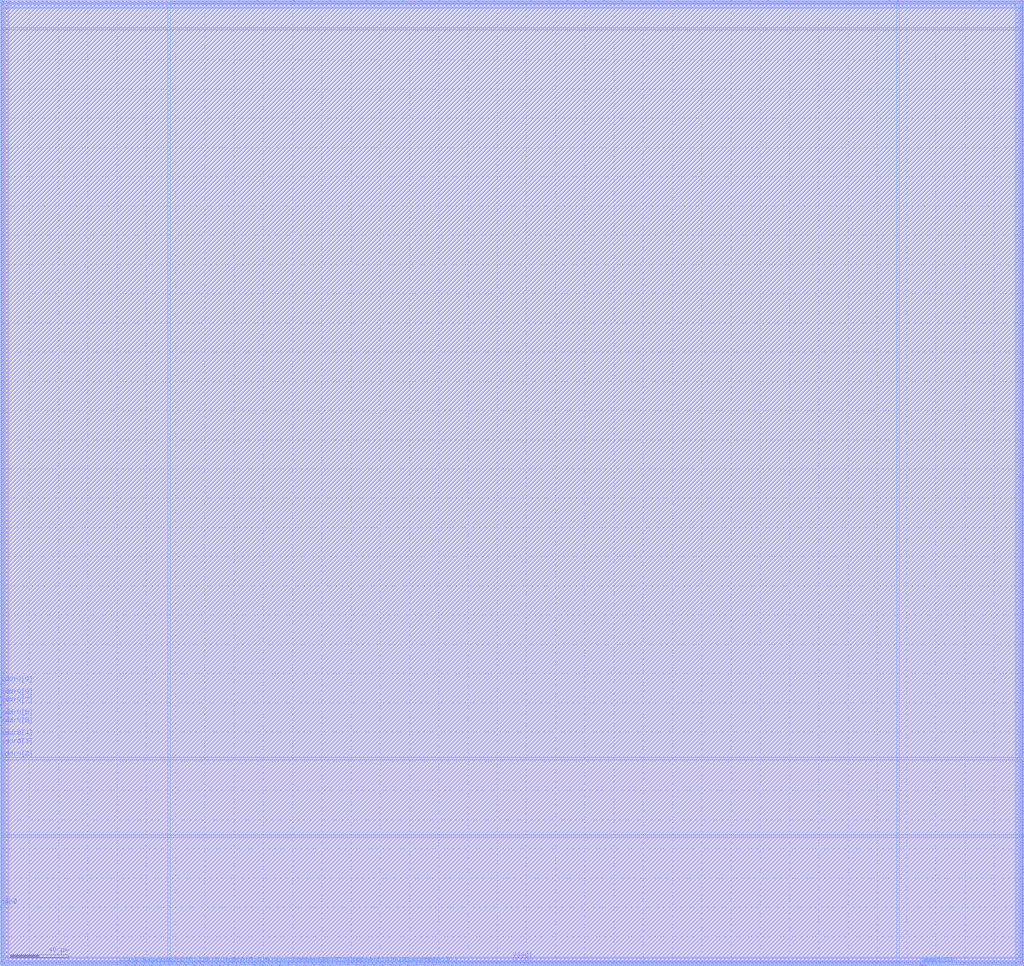
<source format=lef>
VERSION 5.4 ;
BUSBITCHARS "[]" ;
DIVIDERCHAR "/" ;
UNITS
  DATABASE MICRONS 1000 ;
END UNITS
MACRO sky130_sram_4kbyte_1r1w_32x1024_8
   CLASS BLOCK ;
   SIZE 700.26 BY 661.19 ;
   SYMMETRY X Y R90 ;
   PIN din0[0]
      DIRECTION INPUT ;
      PORT
         LAYER met4 ;
         RECT  115.16 0.0 115.54 0.38 ;
      END
   END din0[0]
   PIN din0[1]
      DIRECTION INPUT ;
      PORT
         LAYER met4 ;
         RECT  121.0 0.0 121.38 0.38 ;
      END
   END din0[1]
   PIN din0[2]
      DIRECTION INPUT ;
      PORT
         LAYER met4 ;
         RECT  126.84 0.0 127.22 0.38 ;
      END
   END din0[2]
   PIN din0[3]
      DIRECTION INPUT ;
      PORT
         LAYER met4 ;
         RECT  132.68 0.0 133.06 0.38 ;
      END
   END din0[3]
   PIN din0[4]
      DIRECTION INPUT ;
      PORT
         LAYER met4 ;
         RECT  138.52 0.0 138.9 0.38 ;
      END
   END din0[4]
   PIN din0[5]
      DIRECTION INPUT ;
      PORT
         LAYER met4 ;
         RECT  144.36 0.0 144.74 0.38 ;
      END
   END din0[5]
   PIN din0[6]
      DIRECTION INPUT ;
      PORT
         LAYER met4 ;
         RECT  150.2 0.0 150.58 0.38 ;
      END
   END din0[6]
   PIN din0[7]
      DIRECTION INPUT ;
      PORT
         LAYER met4 ;
         RECT  156.04 0.0 156.42 0.38 ;
      END
   END din0[7]
   PIN din0[8]
      DIRECTION INPUT ;
      PORT
         LAYER met4 ;
         RECT  161.88 0.0 162.26 0.38 ;
      END
   END din0[8]
   PIN din0[9]
      DIRECTION INPUT ;
      PORT
         LAYER met4 ;
         RECT  167.72 0.0 168.1 0.38 ;
      END
   END din0[9]
   PIN din0[10]
      DIRECTION INPUT ;
      PORT
         LAYER met4 ;
         RECT  173.56 0.0 173.94 0.38 ;
      END
   END din0[10]
   PIN din0[11]
      DIRECTION INPUT ;
      PORT
         LAYER met4 ;
         RECT  179.4 0.0 179.78 0.38 ;
      END
   END din0[11]
   PIN din0[12]
      DIRECTION INPUT ;
      PORT
         LAYER met4 ;
         RECT  185.24 0.0 185.62 0.38 ;
      END
   END din0[12]
   PIN din0[13]
      DIRECTION INPUT ;
      PORT
         LAYER met4 ;
         RECT  191.08 0.0 191.46 0.38 ;
      END
   END din0[13]
   PIN din0[14]
      DIRECTION INPUT ;
      PORT
         LAYER met4 ;
         RECT  196.92 0.0 197.3 0.38 ;
      END
   END din0[14]
   PIN din0[15]
      DIRECTION INPUT ;
      PORT
         LAYER met4 ;
         RECT  202.76 0.0 203.14 0.38 ;
      END
   END din0[15]
   PIN din0[16]
      DIRECTION INPUT ;
      PORT
         LAYER met4 ;
         RECT  208.6 0.0 208.98 0.38 ;
      END
   END din0[16]
   PIN din0[17]
      DIRECTION INPUT ;
      PORT
         LAYER met4 ;
         RECT  214.44 0.0 214.82 0.38 ;
      END
   END din0[17]
   PIN din0[18]
      DIRECTION INPUT ;
      PORT
         LAYER met4 ;
         RECT  220.28 0.0 220.66 0.38 ;
      END
   END din0[18]
   PIN din0[19]
      DIRECTION INPUT ;
      PORT
         LAYER met4 ;
         RECT  226.12 0.0 226.5 0.38 ;
      END
   END din0[19]
   PIN din0[20]
      DIRECTION INPUT ;
      PORT
         LAYER met4 ;
         RECT  231.96 0.0 232.34 0.38 ;
      END
   END din0[20]
   PIN din0[21]
      DIRECTION INPUT ;
      PORT
         LAYER met4 ;
         RECT  237.8 0.0 238.18 0.38 ;
      END
   END din0[21]
   PIN din0[22]
      DIRECTION INPUT ;
      PORT
         LAYER met4 ;
         RECT  243.64 0.0 244.02 0.38 ;
      END
   END din0[22]
   PIN din0[23]
      DIRECTION INPUT ;
      PORT
         LAYER met4 ;
         RECT  249.48 0.0 249.86 0.38 ;
      END
   END din0[23]
   PIN din0[24]
      DIRECTION INPUT ;
      PORT
         LAYER met4 ;
         RECT  255.32 0.0 255.7 0.38 ;
      END
   END din0[24]
   PIN din0[25]
      DIRECTION INPUT ;
      PORT
         LAYER met4 ;
         RECT  261.16 0.0 261.54 0.38 ;
      END
   END din0[25]
   PIN din0[26]
      DIRECTION INPUT ;
      PORT
         LAYER met4 ;
         RECT  267.0 0.0 267.38 0.38 ;
      END
   END din0[26]
   PIN din0[27]
      DIRECTION INPUT ;
      PORT
         LAYER met4 ;
         RECT  272.84 0.0 273.22 0.38 ;
      END
   END din0[27]
   PIN din0[28]
      DIRECTION INPUT ;
      PORT
         LAYER met4 ;
         RECT  278.68 0.0 279.06 0.38 ;
      END
   END din0[28]
   PIN din0[29]
      DIRECTION INPUT ;
      PORT
         LAYER met4 ;
         RECT  284.52 0.0 284.9 0.38 ;
      END
   END din0[29]
   PIN din0[30]
      DIRECTION INPUT ;
      PORT
         LAYER met4 ;
         RECT  290.36 0.0 290.74 0.38 ;
      END
   END din0[30]
   PIN din0[31]
      DIRECTION INPUT ;
      PORT
         LAYER met4 ;
         RECT  296.2 0.0 296.58 0.38 ;
      END
   END din0[31]
   PIN addr0[0]
      DIRECTION INPUT ;
      PORT
         LAYER met4 ;
         RECT  80.12 0.0 80.5 0.38 ;
      END
   END addr0[0]
   PIN addr0[1]
      DIRECTION INPUT ;
      PORT
         LAYER met4 ;
         RECT  85.96 0.0 86.34 0.38 ;
      END
   END addr0[1]
   PIN addr0[2]
      DIRECTION INPUT ;
      PORT
         LAYER met3 ;
         RECT  0.0 141.57 0.38 141.95 ;
      END
   END addr0[2]
   PIN addr0[3]
      DIRECTION INPUT ;
      PORT
         LAYER met3 ;
         RECT  0.0 150.07 0.38 150.45 ;
      END
   END addr0[3]
   PIN addr0[4]
      DIRECTION INPUT ;
      PORT
         LAYER met3 ;
         RECT  0.0 155.71 0.38 156.09 ;
      END
   END addr0[4]
   PIN addr0[5]
      DIRECTION INPUT ;
      PORT
         LAYER met3 ;
         RECT  0.0 164.21 0.38 164.59 ;
      END
   END addr0[5]
   PIN addr0[6]
      DIRECTION INPUT ;
      PORT
         LAYER met3 ;
         RECT  0.0 169.875 0.38 170.255 ;
      END
   END addr0[6]
   PIN addr0[7]
      DIRECTION INPUT ;
      PORT
         LAYER met3 ;
         RECT  0.0 178.35 0.38 178.73 ;
      END
   END addr0[7]
   PIN addr0[8]
      DIRECTION INPUT ;
      PORT
         LAYER met3 ;
         RECT  0.0 183.99 0.38 184.37 ;
      END
   END addr0[8]
   PIN addr0[9]
      DIRECTION INPUT ;
      PORT
         LAYER met3 ;
         RECT  0.0 192.49 0.38 192.87 ;
      END
   END addr0[9]
   PIN addr1[0]
      DIRECTION INPUT ;
      PORT
         LAYER met4 ;
         RECT  613.92 660.81 614.3 661.19 ;
      END
   END addr1[0]
   PIN addr1[1]
      DIRECTION INPUT ;
      PORT
         LAYER met4 ;
         RECT  608.08 660.81 608.46 661.19 ;
      END
   END addr1[1]
   PIN addr1[2]
      DIRECTION INPUT ;
      PORT
         LAYER met3 ;
         RECT  699.88 88.53 700.26 88.91 ;
      END
   END addr1[2]
   PIN addr1[3]
      DIRECTION INPUT ;
      PORT
         LAYER met3 ;
         RECT  699.88 80.03 700.26 80.41 ;
      END
   END addr1[3]
   PIN addr1[4]
      DIRECTION INPUT ;
      PORT
         LAYER met3 ;
         RECT  699.88 74.39 700.26 74.77 ;
      END
   END addr1[4]
   PIN addr1[5]
      DIRECTION INPUT ;
      PORT
         LAYER met4 ;
         RECT  629.315 0.0 629.695 0.38 ;
      END
   END addr1[5]
   PIN addr1[6]
      DIRECTION INPUT ;
      PORT
         LAYER met4 ;
         RECT  632.98 0.0 633.36 0.38 ;
      END
   END addr1[6]
   PIN addr1[7]
      DIRECTION INPUT ;
      PORT
         LAYER met4 ;
         RECT  630.005 0.0 630.385 0.38 ;
      END
   END addr1[7]
   PIN addr1[8]
      DIRECTION INPUT ;
      PORT
         LAYER met4 ;
         RECT  630.695 0.0 631.075 0.38 ;
      END
   END addr1[8]
   PIN addr1[9]
      DIRECTION INPUT ;
      PORT
         LAYER met4 ;
         RECT  631.44 0.0 631.82 0.38 ;
      END
   END addr1[9]
   PIN csb0
      DIRECTION INPUT ;
      PORT
         LAYER met3 ;
         RECT  0.0 39.86 0.38 40.24 ;
      END
   END csb0
   PIN csb1
      DIRECTION INPUT ;
      PORT
         LAYER met3 ;
         RECT  699.88 641.12 700.26 641.5 ;
      END
   END csb1
   PIN clk0
      DIRECTION INPUT ;
      PORT
         LAYER met3 ;
         RECT  0.0 40.605 0.38 40.985 ;
      END
   END clk0
   PIN clk1
      DIRECTION INPUT ;
      PORT
         LAYER met4 ;
         RECT  669.62 660.81 670.0 661.19 ;
      END
   END clk1
   PIN wmask0[0]
      DIRECTION INPUT ;
      PORT
         LAYER met4 ;
         RECT  91.8 0.0 92.18 0.38 ;
      END
   END wmask0[0]
   PIN wmask0[1]
      DIRECTION INPUT ;
      PORT
         LAYER met4 ;
         RECT  97.64 0.0 98.02 0.38 ;
      END
   END wmask0[1]
   PIN wmask0[2]
      DIRECTION INPUT ;
      PORT
         LAYER met4 ;
         RECT  103.48 0.0 103.86 0.38 ;
      END
   END wmask0[2]
   PIN wmask0[3]
      DIRECTION INPUT ;
      PORT
         LAYER met4 ;
         RECT  109.32 0.0 109.7 0.38 ;
      END
   END wmask0[3]
   PIN dout1[0]
      DIRECTION OUTPUT ;
      PORT
         LAYER met4 ;
         RECT  150.685 660.81 151.065 661.19 ;
      END
   END dout1[0]
   PIN dout1[1]
      DIRECTION OUTPUT ;
      PORT
         LAYER met4 ;
         RECT  163.165 660.81 163.545 661.19 ;
      END
   END dout1[1]
   PIN dout1[2]
      DIRECTION OUTPUT ;
      PORT
         LAYER met4 ;
         RECT  175.645 660.81 176.025 661.19 ;
      END
   END dout1[2]
   PIN dout1[3]
      DIRECTION OUTPUT ;
      PORT
         LAYER met4 ;
         RECT  188.125 660.81 188.505 661.19 ;
      END
   END dout1[3]
   PIN dout1[4]
      DIRECTION OUTPUT ;
      PORT
         LAYER met4 ;
         RECT  200.605 660.81 200.985 661.19 ;
      END
   END dout1[4]
   PIN dout1[5]
      DIRECTION OUTPUT ;
      PORT
         LAYER met4 ;
         RECT  213.085 660.81 213.465 661.19 ;
      END
   END dout1[5]
   PIN dout1[6]
      DIRECTION OUTPUT ;
      PORT
         LAYER met4 ;
         RECT  225.565 660.81 225.945 661.19 ;
      END
   END dout1[6]
   PIN dout1[7]
      DIRECTION OUTPUT ;
      PORT
         LAYER met4 ;
         RECT  238.045 660.81 238.425 661.19 ;
      END
   END dout1[7]
   PIN dout1[8]
      DIRECTION OUTPUT ;
      PORT
         LAYER met4 ;
         RECT  250.525 660.81 250.905 661.19 ;
      END
   END dout1[8]
   PIN dout1[9]
      DIRECTION OUTPUT ;
      PORT
         LAYER met4 ;
         RECT  263.005 660.81 263.385 661.19 ;
      END
   END dout1[9]
   PIN dout1[10]
      DIRECTION OUTPUT ;
      PORT
         LAYER met4 ;
         RECT  275.485 660.81 275.865 661.19 ;
      END
   END dout1[10]
   PIN dout1[11]
      DIRECTION OUTPUT ;
      PORT
         LAYER met4 ;
         RECT  287.965 660.81 288.345 661.19 ;
      END
   END dout1[11]
   PIN dout1[12]
      DIRECTION OUTPUT ;
      PORT
         LAYER met4 ;
         RECT  300.445 660.81 300.825 661.19 ;
      END
   END dout1[12]
   PIN dout1[13]
      DIRECTION OUTPUT ;
      PORT
         LAYER met4 ;
         RECT  312.925 660.81 313.305 661.19 ;
      END
   END dout1[13]
   PIN dout1[14]
      DIRECTION OUTPUT ;
      PORT
         LAYER met4 ;
         RECT  325.405 660.81 325.785 661.19 ;
      END
   END dout1[14]
   PIN dout1[15]
      DIRECTION OUTPUT ;
      PORT
         LAYER met4 ;
         RECT  337.885 660.81 338.265 661.19 ;
      END
   END dout1[15]
   PIN dout1[16]
      DIRECTION OUTPUT ;
      PORT
         LAYER met4 ;
         RECT  350.365 660.81 350.745 661.19 ;
      END
   END dout1[16]
   PIN dout1[17]
      DIRECTION OUTPUT ;
      PORT
         LAYER met4 ;
         RECT  362.845 660.81 363.225 661.19 ;
      END
   END dout1[17]
   PIN dout1[18]
      DIRECTION OUTPUT ;
      PORT
         LAYER met4 ;
         RECT  375.325 660.81 375.705 661.19 ;
      END
   END dout1[18]
   PIN dout1[19]
      DIRECTION OUTPUT ;
      PORT
         LAYER met4 ;
         RECT  387.805 660.81 388.185 661.19 ;
      END
   END dout1[19]
   PIN dout1[20]
      DIRECTION OUTPUT ;
      PORT
         LAYER met4 ;
         RECT  400.285 660.81 400.665 661.19 ;
      END
   END dout1[20]
   PIN dout1[21]
      DIRECTION OUTPUT ;
      PORT
         LAYER met4 ;
         RECT  412.765 660.81 413.145 661.19 ;
      END
   END dout1[21]
   PIN dout1[22]
      DIRECTION OUTPUT ;
      PORT
         LAYER met4 ;
         RECT  425.245 660.81 425.625 661.19 ;
      END
   END dout1[22]
   PIN dout1[23]
      DIRECTION OUTPUT ;
      PORT
         LAYER met4 ;
         RECT  437.725 660.81 438.105 661.19 ;
      END
   END dout1[23]
   PIN dout1[24]
      DIRECTION OUTPUT ;
      PORT
         LAYER met4 ;
         RECT  450.205 660.81 450.585 661.19 ;
      END
   END dout1[24]
   PIN dout1[25]
      DIRECTION OUTPUT ;
      PORT
         LAYER met4 ;
         RECT  462.685 660.81 463.065 661.19 ;
      END
   END dout1[25]
   PIN dout1[26]
      DIRECTION OUTPUT ;
      PORT
         LAYER met4 ;
         RECT  475.165 660.81 475.545 661.19 ;
      END
   END dout1[26]
   PIN dout1[27]
      DIRECTION OUTPUT ;
      PORT
         LAYER met4 ;
         RECT  487.645 660.81 488.025 661.19 ;
      END
   END dout1[27]
   PIN dout1[28]
      DIRECTION OUTPUT ;
      PORT
         LAYER met4 ;
         RECT  500.125 660.81 500.505 661.19 ;
      END
   END dout1[28]
   PIN dout1[29]
      DIRECTION OUTPUT ;
      PORT
         LAYER met4 ;
         RECT  512.605 660.81 512.985 661.19 ;
      END
   END dout1[29]
   PIN dout1[30]
      DIRECTION OUTPUT ;
      PORT
         LAYER met4 ;
         RECT  525.085 660.81 525.465 661.19 ;
      END
   END dout1[30]
   PIN dout1[31]
      DIRECTION OUTPUT ;
      PORT
         LAYER met4 ;
         RECT  537.565 660.81 537.945 661.19 ;
      END
   END dout1[31]
   PIN vccd1
      DIRECTION INOUT ;
      USE POWER ; 
      SHAPE ABUTMENT ; 
      PORT
         LAYER met4 ;
         RECT  0.0 0.0 1.74 661.19 ;
         LAYER met3 ;
         RECT  0.0 659.45 700.26 661.19 ;
         LAYER met3 ;
         RECT  0.0 0.0 700.26 1.74 ;
         LAYER met4 ;
         RECT  698.52 0.0 700.26 661.19 ;
      END
   END vccd1
   PIN vssd1
      DIRECTION INOUT ;
      USE GROUND ; 
      SHAPE ABUTMENT ; 
      PORT
         LAYER met3 ;
         RECT  3.48 655.97 696.78 657.71 ;
         LAYER met4 ;
         RECT  3.48 3.48 5.22 657.71 ;
         LAYER met4 ;
         RECT  695.04 3.48 696.78 657.71 ;
         LAYER met3 ;
         RECT  3.48 3.48 696.78 5.22 ;
      END
   END vssd1
   OBS
   LAYER  met1 ;
      RECT  0.62 0.62 699.64 660.57 ;
   LAYER  met2 ;
      RECT  0.62 0.62 699.64 660.57 ;
   LAYER  met3 ;
      RECT  0.98 140.97 699.64 142.55 ;
      RECT  0.62 142.55 0.98 149.47 ;
      RECT  0.62 151.05 0.98 155.11 ;
      RECT  0.62 156.69 0.98 163.61 ;
      RECT  0.62 165.19 0.98 169.275 ;
      RECT  0.62 170.855 0.98 177.75 ;
      RECT  0.62 179.33 0.98 183.39 ;
      RECT  0.62 184.97 0.98 191.89 ;
      RECT  0.98 87.93 699.28 89.51 ;
      RECT  0.98 89.51 699.28 140.97 ;
      RECT  699.28 89.51 699.64 140.97 ;
      RECT  699.28 81.01 699.64 87.93 ;
      RECT  699.28 75.37 699.64 79.43 ;
      RECT  0.98 142.55 699.28 640.52 ;
      RECT  0.98 640.52 699.28 642.1 ;
      RECT  699.28 142.55 699.64 640.52 ;
      RECT  0.62 41.585 0.98 140.97 ;
      RECT  0.62 193.47 0.98 658.85 ;
      RECT  699.28 642.1 699.64 658.85 ;
      RECT  699.28 2.34 699.64 73.79 ;
      RECT  0.62 2.34 0.98 39.26 ;
      RECT  0.98 642.1 2.88 655.37 ;
      RECT  0.98 655.37 2.88 658.31 ;
      RECT  0.98 658.31 2.88 658.85 ;
      RECT  2.88 642.1 697.38 655.37 ;
      RECT  2.88 658.31 697.38 658.85 ;
      RECT  697.38 642.1 699.28 655.37 ;
      RECT  697.38 655.37 699.28 658.31 ;
      RECT  697.38 658.31 699.28 658.85 ;
      RECT  0.98 2.34 2.88 2.88 ;
      RECT  0.98 2.88 2.88 5.82 ;
      RECT  0.98 5.82 2.88 87.93 ;
      RECT  2.88 2.34 697.38 2.88 ;
      RECT  2.88 5.82 697.38 87.93 ;
      RECT  697.38 2.34 699.28 2.88 ;
      RECT  697.38 2.88 699.28 5.82 ;
      RECT  697.38 5.82 699.28 87.93 ;
   LAYER  met4 ;
      RECT  114.56 0.98 116.14 660.57 ;
      RECT  116.14 0.62 120.4 0.98 ;
      RECT  121.98 0.62 126.24 0.98 ;
      RECT  127.82 0.62 132.08 0.98 ;
      RECT  133.66 0.62 137.92 0.98 ;
      RECT  139.5 0.62 143.76 0.98 ;
      RECT  145.34 0.62 149.6 0.98 ;
      RECT  151.18 0.62 155.44 0.98 ;
      RECT  157.02 0.62 161.28 0.98 ;
      RECT  162.86 0.62 167.12 0.98 ;
      RECT  168.7 0.62 172.96 0.98 ;
      RECT  174.54 0.62 178.8 0.98 ;
      RECT  180.38 0.62 184.64 0.98 ;
      RECT  186.22 0.62 190.48 0.98 ;
      RECT  192.06 0.62 196.32 0.98 ;
      RECT  197.9 0.62 202.16 0.98 ;
      RECT  203.74 0.62 208.0 0.98 ;
      RECT  209.58 0.62 213.84 0.98 ;
      RECT  215.42 0.62 219.68 0.98 ;
      RECT  221.26 0.62 225.52 0.98 ;
      RECT  227.1 0.62 231.36 0.98 ;
      RECT  232.94 0.62 237.2 0.98 ;
      RECT  238.78 0.62 243.04 0.98 ;
      RECT  244.62 0.62 248.88 0.98 ;
      RECT  250.46 0.62 254.72 0.98 ;
      RECT  256.3 0.62 260.56 0.98 ;
      RECT  262.14 0.62 266.4 0.98 ;
      RECT  267.98 0.62 272.24 0.98 ;
      RECT  273.82 0.62 278.08 0.98 ;
      RECT  279.66 0.62 283.92 0.98 ;
      RECT  285.5 0.62 289.76 0.98 ;
      RECT  291.34 0.62 295.6 0.98 ;
      RECT  81.1 0.62 85.36 0.98 ;
      RECT  116.14 0.98 613.32 660.21 ;
      RECT  613.32 0.98 614.9 660.21 ;
      RECT  609.06 660.21 613.32 660.57 ;
      RECT  297.18 0.62 628.715 0.98 ;
      RECT  614.9 660.21 669.02 660.57 ;
      RECT  86.94 0.62 91.2 0.98 ;
      RECT  92.78 0.62 97.04 0.98 ;
      RECT  98.62 0.62 102.88 0.98 ;
      RECT  104.46 0.62 108.72 0.98 ;
      RECT  110.3 0.62 114.56 0.98 ;
      RECT  116.14 660.21 150.085 660.57 ;
      RECT  151.665 660.21 162.565 660.57 ;
      RECT  164.145 660.21 175.045 660.57 ;
      RECT  176.625 660.21 187.525 660.57 ;
      RECT  189.105 660.21 200.005 660.57 ;
      RECT  201.585 660.21 212.485 660.57 ;
      RECT  214.065 660.21 224.965 660.57 ;
      RECT  226.545 660.21 237.445 660.57 ;
      RECT  239.025 660.21 249.925 660.57 ;
      RECT  251.505 660.21 262.405 660.57 ;
      RECT  263.985 660.21 274.885 660.57 ;
      RECT  276.465 660.21 287.365 660.57 ;
      RECT  288.945 660.21 299.845 660.57 ;
      RECT  301.425 660.21 312.325 660.57 ;
      RECT  313.905 660.21 324.805 660.57 ;
      RECT  326.385 660.21 337.285 660.57 ;
      RECT  338.865 660.21 349.765 660.57 ;
      RECT  351.345 660.21 362.245 660.57 ;
      RECT  363.825 660.21 374.725 660.57 ;
      RECT  376.305 660.21 387.205 660.57 ;
      RECT  388.785 660.21 399.685 660.57 ;
      RECT  401.265 660.21 412.165 660.57 ;
      RECT  413.745 660.21 424.645 660.57 ;
      RECT  426.225 660.21 437.125 660.57 ;
      RECT  438.705 660.21 449.605 660.57 ;
      RECT  451.185 660.21 462.085 660.57 ;
      RECT  463.665 660.21 474.565 660.57 ;
      RECT  476.145 660.21 487.045 660.57 ;
      RECT  488.625 660.21 499.525 660.57 ;
      RECT  501.105 660.21 512.005 660.57 ;
      RECT  513.585 660.21 524.485 660.57 ;
      RECT  526.065 660.21 536.965 660.57 ;
      RECT  538.545 660.21 607.48 660.57 ;
      RECT  2.34 0.62 79.52 0.98 ;
      RECT  633.96 0.62 697.92 0.98 ;
      RECT  670.6 660.21 697.92 660.57 ;
      RECT  2.34 0.98 2.88 2.88 ;
      RECT  2.34 2.88 2.88 658.31 ;
      RECT  2.34 658.31 2.88 660.57 ;
      RECT  2.88 0.98 5.82 2.88 ;
      RECT  2.88 658.31 5.82 660.57 ;
      RECT  5.82 0.98 114.56 2.88 ;
      RECT  5.82 2.88 114.56 658.31 ;
      RECT  5.82 658.31 114.56 660.57 ;
      RECT  614.9 0.98 694.44 2.88 ;
      RECT  614.9 2.88 694.44 658.31 ;
      RECT  614.9 658.31 694.44 660.21 ;
      RECT  694.44 0.98 697.38 2.88 ;
      RECT  694.44 658.31 697.38 660.21 ;
      RECT  697.38 0.98 697.92 2.88 ;
      RECT  697.38 2.88 697.92 658.31 ;
      RECT  697.38 658.31 697.92 660.21 ;
   END
END    sky130_sram_4kbyte_1r1w_32x1024_8
END    LIBRARY

</source>
